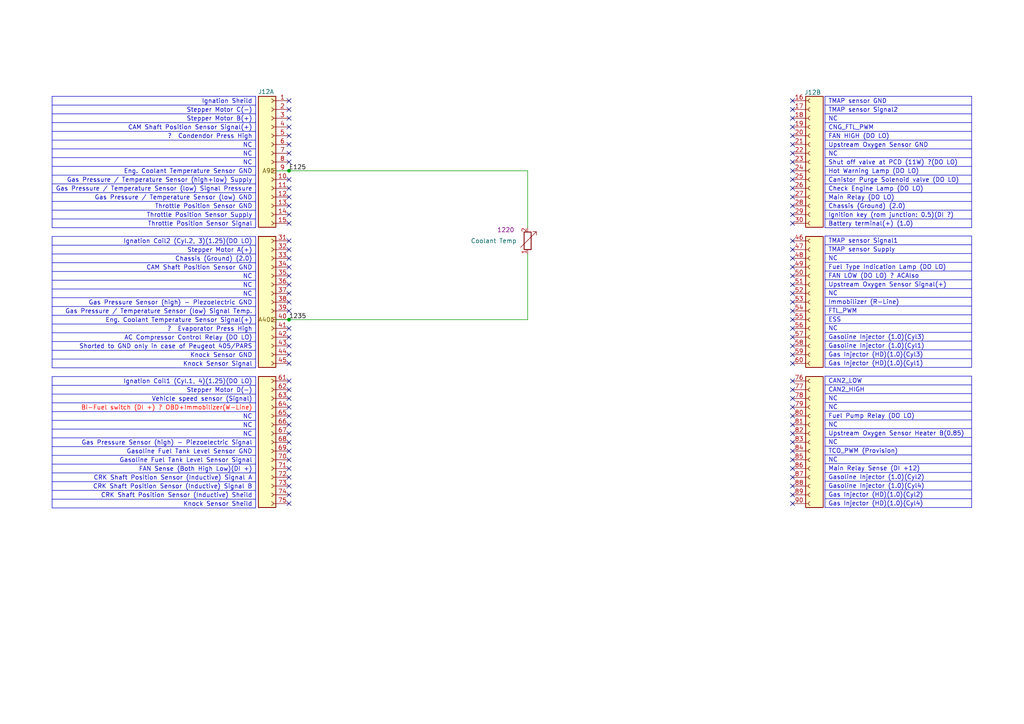
<source format=kicad_sch>
(kicad_sch (version 20250114) (generator "eeschema") (generator_version "9.0")
  (paper "A4")
  (lib_symbols
    (symbol "Device:R_Variable" (pin_names (offset 0))
      (property "Value" "Coolant Temp" (at 3.175 0.0001 0))
      (property "Unit Tag" "1220" (at 6.35 -3.175 0))
      (symbol "R_Variable_0_1"
        (polyline (pts (xy -2.54 -1.651) (xy -2.54 -2.667) (xy -1.524 -2.667) (xy -2.54 -2.667) (xy 2.032 1.905)))
        (rectangle (start -1.016 -2.54) (end 1.016 2.54) (stroke (width 0.254)))
      )
      (symbol "R_Variable_1_1"
        (pin passive line (at 0 3.81 270) (length 1.27) (name "~") (number "1"))
        (pin passive line (at 0 -3.81 90) (length 1.27) (name "~") (number "2"))
      )
    )
    (symbol "sicma_socket:Conn_01x90_3Row_Socket" (pin_names (offset 1.016) (hide yes))
      (property "Reference" "J" (at 1.524 60.833 0))
      (property "Value" "Conn_01x90_3Row_Socket" (at 1.397 -61.214 0))
      (symbol "Conn_01x90_3Row_Socket_1_1"
        (rectangle (start -0.508 59.69) (end 4.572 21.717) (stroke (width 0.254)) (fill (type background)))
        (polyline (pts (xy -0.508 58.42) (xy 0.254 58.42)) (stroke (width 0.1524)))
        (polyline (pts (xy -0.508 55.88) (xy 0.254 55.88)) (stroke (width 0.1524)))
        (polyline (pts (xy -0.508 53.34) (xy 0.254 53.34)) (stroke (width 0.1524)))
        (polyline (pts (xy -0.508 50.8) (xy 0.254 50.8)) (stroke (width 0.1524)))
        (polyline (pts (xy -0.508 48.26) (xy 0.254 48.26)) (stroke (width 0.1524)))
        (polyline (pts (xy -0.508 45.72) (xy 0.254 45.72)) (stroke (width 0.1524)))
        (polyline (pts (xy -0.508 43.18) (xy 0.254 43.18)) (stroke (width 0.1524)))
        (polyline (pts (xy -0.508 40.64) (xy 0.254 40.64)) (stroke (width 0.1524)))
        (polyline (pts (xy -0.508 38.1) (xy 0.254 38.1)) (stroke (width 0.1524)))
        (polyline (pts (xy -0.508 35.56) (xy 0.254 35.56)) (stroke (width 0.1524)))
        (polyline (pts (xy -0.508 33.02) (xy 0.254 33.02)) (stroke (width 0.1524)))
        (polyline (pts (xy -0.508 30.48) (xy 0.254 30.48)) (stroke (width 0.1524)))
        (polyline (pts (xy -0.508 27.94) (xy 0.254 27.94)) (stroke (width 0.1524)))
        (polyline (pts (xy -0.508 25.4) (xy 0.254 25.4)) (stroke (width 0.1524)))
        (polyline (pts (xy -0.508 22.86) (xy 0.254 22.86)) (stroke (width 0.1524)))
        (rectangle (start -0.508 19.05) (end 4.572 -18.923) (stroke (width 0.254)) (fill (type background)))
        (polyline (pts (xy -0.508 17.78) (xy 0.254 17.78)) (stroke (width 0.1524)))
        (polyline (pts (xy -0.508 15.24) (xy 0.254 15.24)) (stroke (width 0.1524)))
        (polyline (pts (xy -0.508 12.7) (xy 0.254 12.7)) (stroke (width 0.1524)))
        (polyline (pts (xy -0.508 10.16) (xy 0.254 10.16)) (stroke (width 0.1524)))
        (polyline (pts (xy -0.508 7.62) (xy 0.254 7.62)) (stroke (width 0.1524)))
        (polyline (pts (xy -0.508 5.08) (xy 0.254 5.08)) (stroke (width 0.1524)))
        (polyline (pts (xy -0.508 2.54) (xy 0.254 2.54)) (stroke (width 0.1524)))
        (polyline (pts (xy -0.508 0) (xy 0.254 0)) (stroke (width 0.1524)))
        (polyline (pts (xy -0.508 -2.54) (xy 0.254 -2.54)) (stroke (width 0.1524)))
        (polyline (pts (xy -0.508 -5.08) (xy 0.254 -5.08)) (stroke (width 0.1524)))
        (polyline (pts (xy -0.508 -7.62) (xy 0.254 -7.62)) (stroke (width 0.1524)))
        (polyline (pts (xy -0.508 -10.16) (xy 0.254 -10.16)) (stroke (width 0.1524)))
        (polyline (pts (xy -0.508 -12.7) (xy 0.254 -12.7)) (stroke (width 0.1524)))
        (polyline (pts (xy -0.508 -15.24) (xy 0.254 -15.24)) (stroke (width 0.1524)))
        (polyline (pts (xy -0.508 -17.78) (xy 0.254 -17.78)) (stroke (width 0.1524)))
        (rectangle (start -0.508 -21.59) (end 4.572 -59.563) (stroke (width 0.254)) (fill (type background)))
        (polyline (pts (xy -0.508 -22.86) (xy 0.254 -22.86)) (stroke (width 0.1524)))
        (polyline (pts (xy -0.508 -25.4) (xy 0.254 -25.4)) (stroke (width 0.1524)))
        (polyline (pts (xy -0.508 -27.94) (xy 0.254 -27.94)) (stroke (width 0.1524)))
        (polyline (pts (xy -0.508 -30.48) (xy 0.254 -30.48)) (stroke (width 0.1524)))
        (polyline (pts (xy -0.508 -33.02) (xy 0.254 -33.02)) (stroke (width 0.1524)))
        (polyline (pts (xy -0.508 -35.56) (xy 0.254 -35.56)) (stroke (width 0.1524)))
        (polyline (pts (xy -0.508 -38.1) (xy 0.254 -38.1)) (stroke (width 0.1524)))
        (polyline (pts (xy -0.508 -40.64) (xy 0.254 -40.64)) (stroke (width 0.1524)))
        (polyline (pts (xy -0.508 -43.18) (xy 0.254 -43.18)) (stroke (width 0.1524)))
        (polyline (pts (xy -0.508 -45.72) (xy 0.254 -45.72)) (stroke (width 0.1524)))
        (polyline (pts (xy -0.508 -48.26) (xy 0.254 -48.26)) (stroke (width 0.1524)))
        (polyline (pts (xy -0.508 -50.8) (xy 0.254 -50.8)) (stroke (width 0.1524)))
        (polyline (pts (xy -0.508 -53.34) (xy 0.254 -53.34)) (stroke (width 0.1524)))
        (polyline (pts (xy -0.508 -55.88) (xy 0.254 -55.88)) (stroke (width 0.1524)))
        (polyline (pts (xy -0.508 -58.42) (xy 0.254 -58.42)) (stroke (width 0.1524)))
        (arc (start 0.762 57.912) (mid 0.2562 58.42) (end 0.762 58.928) (stroke (width 0.1524)))
        (arc (start 0.762 55.372) (mid 0.2562 55.88) (end 0.762 56.388) (stroke (width 0.1524)))
        (arc (start 0.762 52.832) (mid 0.2562 53.34) (end 0.762 53.848) (stroke (width 0.1524)))
        (arc (start 0.762 50.292) (mid 0.2562 50.8) (end 0.762 51.308) (stroke (width 0.1524)))
        (arc (start 0.762 47.752) (mid 0.2562 48.26) (end 0.762 48.768) (stroke (width 0.1524)))
        (arc (start 0.762 45.212) (mid 0.2562 45.72) (end 0.762 46.228) (stroke (width 0.1524)))
        (arc (start 0.762 42.672) (mid 0.2562 43.18) (end 0.762 43.688) (stroke (width 0.1524)))
        (arc (start 0.762 40.132) (mid 0.2562 40.64) (end 0.762 41.148) (stroke (width 0.1524)))
        (arc (start 0.762 37.592) (mid 0.2562 38.1) (end 0.762 38.608) (stroke (width 0.1524)))
        (arc (start 0.762 35.052) (mid 0.2562 35.56) (end 0.762 36.068) (stroke (width 0.1524)))
        (arc (start 0.762 32.512) (mid 0.2562 33.02) (end 0.762 33.528) (stroke (width 0.1524)))
        (arc (start 0.762 29.972) (mid 0.2562 30.48) (end 0.762 30.988) (stroke (width 0.1524)))
        (arc (start 0.762 27.432) (mid 0.2562 27.94) (end 0.762 28.448) (stroke (width 0.1524)))
        (arc (start 0.762 24.892) (mid 0.2562 25.4) (end 0.762 25.908) (stroke (width 0.1524)))
        (arc (start 0.762 22.352) (mid 0.2562 22.86) (end 0.762 23.368) (stroke (width 0.1524)))
        (arc (start 0.762 17.272) (mid 0.2562 17.78) (end 0.762 18.288) (stroke (width 0.1524)))
        (arc (start 0.762 14.732) (mid 0.2562 15.24) (end 0.762 15.748) (stroke (width 0.1524)))
        (arc (start 0.762 12.192) (mid 0.2562 12.7) (end 0.762 13.208) (stroke (width 0.1524)))
        (arc (start 0.762 9.652) (mid 0.2562 10.16) (end 0.762 10.668) (stroke (width 0.1524)))
        (arc (start 0.762 7.112) (mid 0.2562 7.62) (end 0.762 8.128) (stroke (width 0.1524)))
        (arc (start 0.762 4.572) (mid 0.2562 5.08) (end 0.762 5.588) (stroke (width 0.1524)))
        (arc (start 0.762 2.032) (mid 0.2562 2.54) (end 0.762 3.048) (stroke (width 0.1524)))
        (arc (start 0.762 -0.508) (mid 0.2562 0) (end 0.762 0.508) (stroke (width 0.1524)))
        (arc (start 0.762 -3.048) (mid 0.2562 -2.54) (end 0.762 -2.032) (stroke (width 0.1524)))
        (arc (start 0.762 -5.588) (mid 0.2562 -5.08) (end 0.762 -4.572) (stroke (width 0.1524)))
        (arc (start 0.762 -8.128) (mid 0.2562 -7.62) (end 0.762 -7.112) (stroke (width 0.1524)))
        (arc (start 0.762 -10.668) (mid 0.2562 -10.16) (end 0.762 -9.652) (stroke (width 0.1524)))
        (arc (start 0.762 -13.208) (mid 0.2562 -12.7) (end 0.762 -12.192) (stroke (width 0.1524)))
        (arc (start 0.762 -15.748) (mid 0.2562 -15.24) (end 0.762 -14.732) (stroke (width 0.1524)))
        (arc (start 0.762 -18.288) (mid 0.2562 -17.78) (end 0.762 -17.272) (stroke (width 0.1524)))
        (arc (start 0.762 -23.368) (mid 0.2562 -22.86) (end 0.762 -22.352) (stroke (width 0.1524)))
        (arc (start 0.762 -25.908) (mid 0.2562 -25.4) (end 0.762 -24.892) (stroke (width 0.1524)))
        (arc (start 0.762 -28.448) (mid 0.2562 -27.94) (end 0.762 -27.432) (stroke (width 0.1524)))
        (arc (start 0.762 -30.988) (mid 0.2562 -30.48) (end 0.762 -29.972) (stroke (width 0.1524)))
        (arc (start 0.762 -33.528) (mid 0.2562 -33.02) (end 0.762 -32.512) (stroke (width 0.1524)))
        (arc (start 0.762 -36.068) (mid 0.2562 -35.56) (end 0.762 -35.052) (stroke (width 0.1524)))
        (arc (start 0.762 -38.608) (mid 0.2562 -38.1) (end 0.762 -37.592) (stroke (width 0.1524)))
        (arc (start 0.762 -41.148) (mid 0.2562 -40.64) (end 0.762 -40.132) (stroke (width 0.1524)))
        (arc (start 0.762 -43.688) (mid 0.2562 -43.18) (end 0.762 -42.672) (stroke (width 0.1524)))
        (arc (start 0.762 -46.228) (mid 0.2562 -45.72) (end 0.762 -45.212) (stroke (width 0.1524)))
        (arc (start 0.762 -48.768) (mid 0.2562 -48.26) (end 0.762 -47.752) (stroke (width 0.1524)))
        (arc (start 0.762 -51.308) (mid 0.2562 -50.8) (end 0.762 -50.292) (stroke (width 0.1524)))
        (arc (start 0.762 -53.848) (mid 0.2562 -53.34) (end 0.762 -52.832) (stroke (width 0.1524)))
        (arc (start 0.762 -56.388) (mid 0.2562 -55.88) (end 0.762 -55.372) (stroke (width 0.1524)))
        (arc (start 0.762 -58.928) (mid 0.2562 -58.42) (end 0.762 -57.912) (stroke (width 0.1524)))
        (pin passive line (at -4.318 58.42 0) (length 3.81) (name "A1") (number "1"))
        (pin passive line (at -4.318 55.88 0) (length 3.81) (name "A2") (number "2"))
        (pin passive line (at -4.318 53.34 0) (length 3.81) (name "A3") (number "3"))
        (pin passive line (at -4.318 50.8 0) (length 3.81) (name "A4") (number "4"))
        (pin passive line (at -4.318 48.26 0) (length 3.81) (name "A5") (number "5"))
        (pin passive line (at -4.318 45.72 0) (length 3.81) (name "A6") (number "6"))
        (pin passive line (at -4.318 43.18 0) (length 3.81) (name "A7") (number "7"))
        (pin passive line (at -4.318 40.64 0) (length 3.81) (name "A8") (number "8"))
        (pin passive line (at -4.318 38.1 0) (length 3.81) (name "A9") (number "9"))
        (pin passive line (at -4.318 35.56 0) (length 3.81) (name "A10") (number "10"))
        (pin passive line (at -4.318 33.02 0) (length 3.81) (name "A11") (number "11"))
        (pin passive line (at -4.318 30.48 0) (length 3.81) (name "A12") (number "12"))
        (pin passive line (at -4.318 27.94 0) (length 3.81) (name "A13") (number "13"))
        (pin passive line (at -4.318 25.4 0) (length 3.81) (name "A14") (number "14"))
        (pin passive line (at -4.318 22.86 0) (length 3.81) (name "A15") (number "15"))
        (pin passive line (at -4.318 17.78 0) (length 3.81) (name "A31") (number "31"))
        (pin passive line (at -4.318 15.24 0) (length 3.81) (name "A32") (number "32"))
        (pin passive line (at -4.318 12.7 0) (length 3.81) (name "A33") (number "33"))
        (pin passive line (at -4.318 10.16 0) (length 3.81) (name "A34") (number "34"))
        (pin passive line (at -4.318 7.62 0) (length 3.81) (name "A35") (number "35"))
        (pin passive line (at -4.318 5.08 0) (length 3.81) (name "A36") (number "36"))
        (pin passive line (at -4.318 2.54 0) (length 3.81) (name "A37") (number "37"))
        (pin passive line (at -4.318 0 0) (length 3.81) (name "A38") (number "38"))
        (pin passive line (at -4.318 -2.54 0) (length 3.81) (name "A39") (number "39"))
        (pin passive line (at -4.318 -5.08 0) (length 3.81) (name "A40") (number "40"))
        (pin passive line (at -4.318 -7.62 0) (length 3.81) (name "A41") (number "41"))
        (pin passive line (at -4.318 -10.16 0) (length 3.81) (name "A42") (number "42"))
        (pin passive line (at -4.318 -12.7 0) (length 3.81) (name "A43") (number "43"))
        (pin passive line (at -4.318 -15.24 0) (length 3.81) (name "A44") (number "44"))
        (pin passive line (at -4.318 -17.78 0) (length 3.81) (name "A45") (number "45"))
        (pin passive line (at -4.318 -22.86 0) (length 3.81) (name "A61") (number "61"))
        (pin passive line (at -4.318 -25.4 0) (length 3.81) (name "A62") (number "62"))
        (pin passive line (at -4.318 -27.94 0) (length 3.81) (name "A63") (number "63"))
        (pin passive line (at -4.318 -30.48 0) (length 3.81) (name "A64") (number "64"))
        (pin passive line (at -4.318 -33.02 0) (length 3.81) (name "A65") (number "65"))
        (pin passive line (at -4.318 -35.56 0) (length 3.81) (name "A66") (number "66"))
        (pin passive line (at -4.318 -38.1 0) (length 3.81) (name "A67") (number "67"))
        (pin passive line (at -4.318 -40.64 0) (length 3.81) (name "A68") (number "68"))
        (pin passive line (at -4.318 -43.18 0) (length 3.81) (name "A69") (number "69"))
        (pin passive line (at -4.318 -45.72 0) (length 3.81) (name "A70") (number "70"))
        (pin passive line (at -4.318 -48.26 0) (length 3.81) (name "A71") (number "71"))
        (pin passive line (at -4.318 -50.8 0) (length 3.81) (name "A72") (number "72"))
        (pin passive line (at -4.318 -53.34 0) (length 3.81) (name "A73") (number "73"))
        (pin passive line (at -4.318 -55.88 0) (length 3.81) (name "A74") (number "74"))
        (pin passive line (at -4.318 -58.42 0) (length 3.81) (name "A75") (number "75"))
      )
      (symbol "Conn_01x90_3Row_Socket_2_1"
        (rectangle (start -0.508 59.69) (end 4.572 21.717) (stroke (width 0.254)) (fill (type background)))
        (polyline (pts (xy -0.508 58.42) (xy 0.254 58.42)) (stroke (width 0.1524)))
        (polyline (pts (xy -0.508 55.88) (xy 0.254 55.88)) (stroke (width 0.1524)))
        (polyline (pts (xy -0.508 53.34) (xy 0.254 53.34)) (stroke (width 0.1524)))
        (polyline (pts (xy -0.508 50.8) (xy 0.254 50.8)) (stroke (width 0.1524)))
        (polyline (pts (xy -0.508 48.26) (xy 0.254 48.26)) (stroke (width 0.1524)))
        (polyline (pts (xy -0.508 45.72) (xy 0.254 45.72)) (stroke (width 0.1524)))
        (polyline (pts (xy -0.508 43.18) (xy 0.254 43.18)) (stroke (width 0.1524)))
        (polyline (pts (xy -0.508 40.64) (xy 0.254 40.64)) (stroke (width 0.1524)))
        (polyline (pts (xy -0.508 38.1) (xy 0.254 38.1)) (stroke (width 0.1524)))
        (polyline (pts (xy -0.508 35.56) (xy 0.254 35.56)) (stroke (width 0.1524)))
        (polyline (pts (xy -0.508 33.02) (xy 0.254 33.02)) (stroke (width 0.1524)))
        (polyline (pts (xy -0.508 30.48) (xy 0.254 30.48)) (stroke (width 0.1524)))
        (polyline (pts (xy -0.508 27.94) (xy 0.254 27.94)) (stroke (width 0.1524)))
        (polyline (pts (xy -0.508 25.4) (xy 0.254 25.4)) (stroke (width 0.1524)))
        (polyline (pts (xy -0.508 22.86) (xy 0.254 22.86)) (stroke (width 0.1524)))
        (rectangle (start -0.508 19.05) (end 4.572 -18.923) (stroke (width 0.254)) (fill (type background)))
        (polyline (pts (xy -0.508 17.78) (xy 0.254 17.78)) (stroke (width 0.1524)))
        (polyline (pts (xy -0.508 15.24) (xy 0.254 15.24)) (stroke (width 0.1524)))
        (polyline (pts (xy -0.508 12.7) (xy 0.254 12.7)) (stroke (width 0.1524)))
        (polyline (pts (xy -0.508 10.16) (xy 0.254 10.16)) (stroke (width 0.1524)))
        (polyline (pts (xy -0.508 7.62) (xy 0.254 7.62)) (stroke (width 0.1524)))
        (polyline (pts (xy -0.508 5.08) (xy 0.254 5.08)) (stroke (width 0.1524)))
        (polyline (pts (xy -0.508 2.54) (xy 0.254 2.54)) (stroke (width 0.1524)))
        (polyline (pts (xy -0.508 0) (xy 0.254 0)) (stroke (width 0.1524)))
        (polyline (pts (xy -0.508 -2.54) (xy 0.254 -2.54)) (stroke (width 0.1524)))
        (polyline (pts (xy -0.508 -5.08) (xy 0.254 -5.08)) (stroke (width 0.1524)))
        (polyline (pts (xy -0.508 -7.62) (xy 0.254 -7.62)) (stroke (width 0.1524)))
        (polyline (pts (xy -0.508 -10.16) (xy 0.254 -10.16)) (stroke (width 0.1524)))
        (polyline (pts (xy -0.508 -12.7) (xy 0.254 -12.7)) (stroke (width 0.1524)))
        (polyline (pts (xy -0.508 -15.24) (xy 0.254 -15.24)) (stroke (width 0.1524)))
        (polyline (pts (xy -0.508 -17.78) (xy 0.254 -17.78)) (stroke (width 0.1524)))
        (rectangle (start -0.508 -21.59) (end 4.572 -59.563) (stroke (width 0.254)) (fill (type background)))
        (polyline (pts (xy -0.508 -22.86) (xy 0.254 -22.86)) (stroke (width 0.1524)))
        (polyline (pts (xy -0.508 -25.4) (xy 0.254 -25.4)) (stroke (width 0.1524)))
        (polyline (pts (xy -0.508 -27.94) (xy 0.254 -27.94)) (stroke (width 0.1524)))
        (polyline (pts (xy -0.508 -30.48) (xy 0.254 -30.48)) (stroke (width 0.1524)))
        (polyline (pts (xy -0.508 -33.02) (xy 0.254 -33.02)) (stroke (width 0.1524)))
        (polyline (pts (xy -0.508 -35.56) (xy 0.254 -35.56)) (stroke (width 0.1524)))
        (polyline (pts (xy -0.508 -38.1) (xy 0.254 -38.1)) (stroke (width 0.1524)))
        (polyline (pts (xy -0.508 -40.64) (xy 0.254 -40.64)) (stroke (width 0.1524)))
        (polyline (pts (xy -0.508 -43.18) (xy 0.254 -43.18)) (stroke (width 0.1524)))
        (polyline (pts (xy -0.508 -45.72) (xy 0.254 -45.72)) (stroke (width 0.1524)))
        (polyline (pts (xy -0.508 -48.26) (xy 0.254 -48.26)) (stroke (width 0.1524)))
        (polyline (pts (xy -0.508 -50.8) (xy 0.254 -50.8)) (stroke (width 0.1524)))
        (polyline (pts (xy -0.508 -53.34) (xy 0.254 -53.34)) (stroke (width 0.1524)))
        (polyline (pts (xy -0.508 -55.88) (xy 0.254 -55.88)) (stroke (width 0.1524)))
        (polyline (pts (xy -0.508 -58.42) (xy 0.254 -58.42)) (stroke (width 0.1524)))
        (arc (start 0.762 57.912) (mid 0.2562 58.42) (end 0.762 58.928) (stroke (width 0.1524)))
        (arc (start 0.762 55.372) (mid 0.2562 55.88) (end 0.762 56.388) (stroke (width 0.1524)))
        (arc (start 0.762 52.832) (mid 0.2562 53.34) (end 0.762 53.848) (stroke (width 0.1524)))
        (arc (start 0.762 50.292) (mid 0.2562 50.8) (end 0.762 51.308) (stroke (width 0.1524)))
        (arc (start 0.762 47.752) (mid 0.2562 48.26) (end 0.762 48.768) (stroke (width 0.1524)))
        (arc (start 0.762 45.212) (mid 0.2562 45.72) (end 0.762 46.228) (stroke (width 0.1524)))
        (arc (start 0.762 42.672) (mid 0.2562 43.18) (end 0.762 43.688) (stroke (width 0.1524)))
        (arc (start 0.762 40.132) (mid 0.2562 40.64) (end 0.762 41.148) (stroke (width 0.1524)))
        (arc (start 0.762 37.592) (mid 0.2562 38.1) (end 0.762 38.608) (stroke (width 0.1524)))
        (arc (start 0.762 35.052) (mid 0.2562 35.56) (end 0.762 36.068) (stroke (width 0.1524)))
        (arc (start 0.762 32.512) (mid 0.2562 33.02) (end 0.762 33.528) (stroke (width 0.1524)))
        (arc (start 0.762 29.972) (mid 0.2562 30.48) (end 0.762 30.988) (stroke (width 0.1524)))
        (arc (start 0.762 27.432) (mid 0.2562 27.94) (end 0.762 28.448) (stroke (width 0.1524)))
        (arc (start 0.762 24.892) (mid 0.2562 25.4) (end 0.762 25.908) (stroke (width 0.1524)))
        (arc (start 0.762 22.352) (mid 0.2562 22.86) (end 0.762 23.368) (stroke (width 0.1524)))
        (arc (start 0.762 17.272) (mid 0.2562 17.78) (end 0.762 18.288) (stroke (width 0.1524)))
        (arc (start 0.762 14.732) (mid 0.2562 15.24) (end 0.762 15.748) (stroke (width 0.1524)))
        (arc (start 0.762 12.192) (mid 0.2562 12.7) (end 0.762 13.208) (stroke (width 0.1524)))
        (arc (start 0.762 9.652) (mid 0.2562 10.16) (end 0.762 10.668) (stroke (width 0.1524)))
        (arc (start 0.762 7.112) (mid 0.2562 7.62) (end 0.762 8.128) (stroke (width 0.1524)))
        (arc (start 0.762 4.572) (mid 0.2562 5.08) (end 0.762 5.588) (stroke (width 0.1524)))
        (arc (start 0.762 2.032) (mid 0.2562 2.54) (end 0.762 3.048) (stroke (width 0.1524)))
        (arc (start 0.762 -0.508) (mid 0.2562 0) (end 0.762 0.508) (stroke (width 0.1524)))
        (arc (start 0.762 -3.048) (mid 0.2562 -2.54) (end 0.762 -2.032) (stroke (width 0.1524)))
        (arc (start 0.762 -5.588) (mid 0.2562 -5.08) (end 0.762 -4.572) (stroke (width 0.1524)))
        (arc (start 0.762 -8.128) (mid 0.2562 -7.62) (end 0.762 -7.112) (stroke (width 0.1524)))
        (arc (start 0.762 -10.668) (mid 0.2562 -10.16) (end 0.762 -9.652) (stroke (width 0.1524)))
        (arc (start 0.762 -13.208) (mid 0.2562 -12.7) (end 0.762 -12.192) (stroke (width 0.1524)))
        (arc (start 0.762 -15.748) (mid 0.2562 -15.24) (end 0.762 -14.732) (stroke (width 0.1524)))
        (arc (start 0.762 -18.288) (mid 0.2562 -17.78) (end 0.762 -17.272) (stroke (width 0.1524)))
        (arc (start 0.762 -23.368) (mid 0.2562 -22.86) (end 0.762 -22.352) (stroke (width 0.1524)))
        (arc (start 0.762 -25.908) (mid 0.2562 -25.4) (end 0.762 -24.892) (stroke (width 0.1524)))
        (arc (start 0.762 -28.448) (mid 0.2562 -27.94) (end 0.762 -27.432) (stroke (width 0.1524)))
        (arc (start 0.762 -30.988) (mid 0.2562 -30.48) (end 0.762 -29.972) (stroke (width 0.1524)))
        (arc (start 0.762 -33.528) (mid 0.2562 -33.02) (end 0.762 -32.512) (stroke (width 0.1524)))
        (arc (start 0.762 -36.068) (mid 0.2562 -35.56) (end 0.762 -35.052) (stroke (width 0.1524)))
        (arc (start 0.762 -38.608) (mid 0.2562 -38.1) (end 0.762 -37.592) (stroke (width 0.1524)))
        (arc (start 0.762 -41.148) (mid 0.2562 -40.64) (end 0.762 -40.132) (stroke (width 0.1524)))
        (arc (start 0.762 -43.688) (mid 0.2562 -43.18) (end 0.762 -42.672) (stroke (width 0.1524)))
        (arc (start 0.762 -46.228) (mid 0.2562 -45.72) (end 0.762 -45.212) (stroke (width 0.1524)))
        (arc (start 0.762 -48.768) (mid 0.2562 -48.26) (end 0.762 -47.752) (stroke (width 0.1524)))
        (arc (start 0.762 -51.308) (mid 0.2562 -50.8) (end 0.762 -50.292) (stroke (width 0.1524)))
        (arc (start 0.762 -53.848) (mid 0.2562 -53.34) (end 0.762 -52.832) (stroke (width 0.1524)))
        (arc (start 0.762 -56.388) (mid 0.2562 -55.88) (end 0.762 -55.372) (stroke (width 0.1524)))
        (arc (start 0.762 -58.928) (mid 0.2562 -58.42) (end 0.762 -57.912) (stroke (width 0.1524)))
        (pin passive line (at -4.318 58.42 0) (length 3.81) (name "B16") (number "16"))
        (pin passive line (at -4.318 55.88 0) (length 3.81) (name "B17") (number "17"))
        (pin passive line (at -4.318 53.34 0) (length 3.81) (name "B18") (number "18"))
        (pin passive line (at -4.318 50.8 0) (length 3.81) (name "B19") (number "19"))
        (pin passive line (at -4.318 48.26 0) (length 3.81) (name "B20") (number "20"))
        (pin passive line (at -4.318 45.72 0) (length 3.81) (name "B21") (number "21"))
        (pin passive line (at -4.318 43.18 0) (length 3.81) (name "B22") (number "22"))
        (pin passive line (at -4.318 40.64 0) (length 3.81) (name "B23") (number "23"))
        (pin passive line (at -4.318 38.1 0) (length 3.81) (name "B24") (number "24"))
        (pin passive line (at -4.318 35.56 0) (length 3.81) (name "B25") (number "25"))
        (pin passive line (at -4.318 33.02 0) (length 3.81) (name "B26") (number "26"))
        (pin passive line (at -4.318 30.48 0) (length 3.81) (name "B27") (number "27"))
        (pin passive line (at -4.318 27.94 0) (length 3.81) (name "B28") (number "28"))
        (pin passive line (at -4.318 25.4 0) (length 3.81) (name "B29") (number "29"))
        (pin passive line (at -4.318 22.86 0) (length 3.81) (name "B30") (number "30"))
        (pin passive line (at -4.318 17.78 0) (length 3.81) (name "B46") (number "46"))
        (pin passive line (at -4.318 15.24 0) (length 3.81) (name "B47") (number "47"))
        (pin passive line (at -4.318 12.7 0) (length 3.81) (name "B48") (number "48"))
        (pin passive line (at -4.318 10.16 0) (length 3.81) (name "B49") (number "49"))
        (pin passive line (at -4.318 7.62 0) (length 3.81) (name "B50") (number "50"))
        (pin passive line (at -4.318 5.08 0) (length 3.81) (name "B51") (number "51"))
        (pin passive line (at -4.318 2.54 0) (length 3.81) (name "B52") (number "52"))
        (pin passive line (at -4.318 0 0) (length 3.81) (name "B53") (number "53"))
        (pin passive line (at -4.318 -2.54 0) (length 3.81) (name "B54") (number "54"))
        (pin passive line (at -4.318 -5.08 0) (length 3.81) (name "B55") (number "55"))
        (pin passive line (at -4.318 -7.62 0) (length 3.81) (name "B56") (number "56"))
        (pin passive line (at -4.318 -10.16 0) (length 3.81) (name "B57") (number "57"))
        (pin passive line (at -4.318 -12.7 0) (length 3.81) (name "B58") (number "58"))
        (pin passive line (at -4.318 -15.24 0) (length 3.81) (name "B59") (number "59"))
        (pin passive line (at -4.318 -17.78 0) (length 3.81) (name "B60") (number "60"))
        (pin passive line (at -4.318 -22.86 0) (length 3.81) (name "B76") (number "76"))
        (pin passive line (at -4.318 -25.4 0) (length 3.81) (name "B77") (number "77"))
        (pin passive line (at -4.318 -27.94 0) (length 3.81) (name "B78") (number "78"))
        (pin passive line (at -4.318 -30.48 0) (length 3.81) (name "B79") (number "79"))
        (pin passive line (at -4.318 -33.02 0) (length 3.81) (name "B80") (number "80"))
        (pin passive line (at -4.318 -35.56 0) (length 3.81) (name "B81") (number "81"))
        (pin passive line (at -4.318 -38.1 0) (length 3.81) (name "B82") (number "82"))
        (pin passive line (at -4.318 -40.64 0) (length 3.81) (name "B83") (number "83"))
        (pin passive line (at -4.318 -43.18 0) (length 3.81) (name "B84") (number "84"))
        (pin passive line (at -4.318 -45.72 0) (length 3.81) (name "B85") (number "85"))
        (pin passive line (at -4.318 -48.26 0) (length 3.81) (name "B86") (number "86"))
        (pin passive line (at -4.318 -50.8 0) (length 3.81) (name "B87") (number "87"))
        (pin passive line (at -4.318 -53.34 0) (length 3.81) (name "B88") (number "88"))
        (pin passive line (at -4.318 -55.88 0) (length 3.81) (name "B89") (number "89"))
        (pin passive line (at -4.318 -58.42 0) (length 3.81) (name "B90") (number "90"))
      )
    )
  )
  (junction (at 83.82 49.53))
  (junction (at 83.82 92.71))
  (no_connect (at 83.82 130.81))
  (no_connect (at 229.87 29.21))
  (no_connect (at 229.87 82.55))
  (no_connect (at 83.82 138.43))
  (no_connect (at 83.82 62.23))
  (no_connect (at 229.87 92.71))
  (no_connect (at 229.87 57.15))
  (no_connect (at 83.82 36.83))
  (no_connect (at 229.87 118.11))
  (no_connect (at 229.87 105.41))
  (no_connect (at 229.87 128.27))
  (no_connect (at 229.87 31.75))
  (no_connect (at 229.87 135.89))
  (no_connect (at 83.82 74.93))
  (no_connect (at 229.87 64.77))
  (no_connect (at 83.82 90.17))
  (no_connect (at 229.87 36.83))
  (no_connect (at 83.82 95.25))
  (no_connect (at 83.82 125.73))
  (no_connect (at 83.82 34.29))
  (no_connect (at 83.82 97.79))
  (no_connect (at 229.87 90.17))
  (no_connect (at 229.87 85.09))
  (no_connect (at 229.87 34.29))
  (no_connect (at 229.87 80.01))
  (no_connect (at 83.82 87.63))
  (no_connect (at 229.87 120.65))
  (no_connect (at 83.82 31.75))
  (no_connect (at 83.82 52.07))
  (no_connect (at 229.87 62.23))
  (no_connect (at 83.82 44.45))
  (no_connect (at 229.87 113.03))
  (no_connect (at 229.87 138.43))
  (no_connect (at 229.87 39.37))
  (no_connect (at 83.82 39.37))
  (no_connect (at 83.82 118.11))
  (no_connect (at 83.82 115.57))
  (no_connect (at 229.87 146.05))
  (no_connect (at 229.87 143.51))
  (no_connect (at 83.82 100.33))
  (no_connect (at 83.82 29.21))
  (no_connect (at 83.82 105.41))
  (no_connect (at 83.82 123.19))
  (no_connect (at 83.82 120.65))
  (no_connect (at 83.82 140.97))
  (no_connect (at 83.82 54.61))
  (no_connect (at 83.82 85.09))
  (no_connect (at 229.87 41.91))
  (no_connect (at 229.87 102.87))
  (no_connect (at 83.82 69.85))
  (no_connect (at 229.87 74.93))
  (no_connect (at 229.87 130.81))
  (no_connect (at 229.87 140.97))
  (no_connect (at 229.87 97.79))
  (no_connect (at 83.82 77.47))
  (no_connect (at 229.87 87.63))
  (no_connect (at 229.87 49.53))
  (no_connect (at 229.87 95.25))
  (no_connect (at 83.82 82.55))
  (no_connect (at 83.82 143.51))
  (no_connect (at 229.87 54.61))
  (no_connect (at 83.82 64.77))
  (no_connect (at 229.87 44.45))
  (no_connect (at 229.87 69.85))
  (no_connect (at 83.82 135.89))
  (no_connect (at 229.87 46.99))
  (no_connect (at 83.82 46.99))
  (no_connect (at 83.82 110.49))
  (no_connect (at 83.82 59.69))
  (no_connect (at 229.87 125.73))
  (no_connect (at 229.87 133.35))
  (no_connect (at 83.82 128.27))
  (no_connect (at 229.87 123.19))
  (no_connect (at 83.82 72.39))
  (no_connect (at 229.87 52.07))
  (no_connect (at 229.87 115.57))
  (no_connect (at 83.82 57.15))
  (no_connect (at 229.87 77.47))
  (no_connect (at 83.82 102.87))
  (no_connect (at 83.82 133.35))
  (no_connect (at 229.87 110.49))
  (no_connect (at 83.82 41.91))
  (no_connect (at 229.87 100.33))
  (no_connect (at 83.82 146.05))
  (no_connect (at 83.82 113.03))
  (no_connect (at 229.87 59.69))
  (no_connect (at 83.82 80.01))
  (no_connect (at 229.87 72.39))
  (wire (pts (xy 80.01 49.53) (xy 83.82 49.53)))
  (wire (pts (xy 83.82 92.71) (xy 80.01 92.71)))
  (wire (pts (xy 153.035 92.71) (xy 83.82 92.71)))
  (wire (pts (xy 153.035 49.53) (xy 153.035 66.04)))
  (wire (pts (xy 153.035 73.66) (xy 153.035 92.71)))
  (wire (pts (xy 83.82 49.53) (xy 153.035 49.53)))
  (table (column_count 1) (border (external yes) (header yes)) (separators (rows yes) (cols yes)) (column_widths 42.545) (row_heights 2.54 2.54 2.54 2.54 2.54 2.54 2.54 2.54 2.54 2.54 2.54 2.54 2.54 2.54 2.54) (cells (table_cell "CAN2_LOW" (at 239.268 109.093 0) (size 42.545 2.54) (margins 0.9525 0.9525 0.9525 0.9525) (span 1 1)) (table_cell "CAN2_HIGH" (at 239.268 111.633 0) (size 42.545 2.54) (margins 0.9525 0.9525 0.9525 0.9525) (span 1 1)) (table_cell "NC" (at 239.268 114.173 0) (size 42.545 2.54) (margins 0.9525 0.9525 0.9525 0.9525) (span 1 1)) (table_cell "NC" (at 239.268 116.713 0) (size 42.545 2.54) (margins 0.9525 0.9525 0.9525 0.9525) (span 1 1)) (table_cell "Fuel Pump Relay (DO LO)" (at 239.268 119.253 0) (size 42.545 2.54) (margins 0.9525 0.9525 0.9525 0.9525) (span 1 1)) (table_cell "NC" (at 239.268 121.793 0) (size 42.545 2.54) (margins 0.9525 0.9525 0.9525 0.9525) (span 1 1)) (table_cell "Upstream Oxygen Sensor Heater B(0.85)" (at 239.268 124.333 0) (size 42.545 2.54) (margins 0.9525 0.9525 0.9525 0.9525) (span 1 1)) (table_cell "NC" (at 239.268 126.873 0) (size 42.545 2.54) (margins 0.9525 0.9525 0.9525 0.9525) (span 1 1)) (table_cell "TCO_PWM (Provision)" (at 239.268 129.413 0) (size 42.545 2.54) (margins 0.9525 0.9525 0.9525 0.9525) (span 1 1)) (table_cell "NC" (at 239.268 131.953 0) (size 42.545 2.54) (margins 0.9525 0.9525 0.9525 0.9525) (span 1 1)) (table_cell "Main Relay Sense (DI +12)" (at 239.268 134.493 0) (size 42.545 2.54) (margins 0.9525 0.9525 0.9525 0.9525) (span 1 1)) (table_cell "Gasoline Injector (1.0)(Cyl2)" (at 239.268 137.033 0) (size 42.545 2.54) (margins 0.9525 0.9525 0.9525 0.9525) (span 1 1)) (table_cell "Gasoline Injector (1.0)(Cyl4)" (at 239.268 139.573 0) (size 42.545 2.54) (margins 0.9525 0.9525 0.9525 0.9525) (span 1 1)) (table_cell "Gas Injector (HD)(1.0)(Cyl2)" (at 239.268 142.113 0) (size 42.545 2.54) (margins 0.9525 0.9525 0.9525 0.9525) (span 1 1)) (table_cell "Gas Injector (HD)(1.0)(Cyl4)" (at 239.268 144.653 0) (size 42.545 2.54) (margins 0.9525 0.9525 0.9525 0.9525) (span 1 1))))
  (table (column_count 1) (border (external yes) (header no)) (separators (rows yes) (cols no)) (column_widths 59.055) (row_heights 2.54 2.54 2.54 2.54 2.54 2.54 2.54 2.54 2.54 2.54 2.54 2.54 2.54 2.54 2.54) (cells (table_cell "Ignation Sheild" (at 15.113 27.94 0) (size 59.055 2.54) (margins 0.9525 0.9525 0.9525 0.9525) (span 1 1)) (table_cell "Stepper Motor C(-)" (at 15.113 30.48 0) (size 59.055 2.54) (margins 0.9525 0.9525 0.9525 0.9525) (span 1 1)) (table_cell "Stepper Motor B(+)" (at 15.113 33.02 0) (size 59.055 2.54) (margins 0.9525 0.9525 0.9525 0.9525) (span 1 1)) (table_cell "CAM Shaft Position Sensor Signal(+)" (at 15.113 35.56 0) (size 59.055 2.54) (margins 0.9525 0.9525 0.9525 0.9525) (span 1 1)) (table_cell "?  Condendor Press High" (at 15.113 38.1 0) (size 59.055 2.54) (margins 0.9525 0.9525 0.9525 0.9525) (span 1 1)) (table_cell "NC" (at 15.113 40.64 0) (size 59.055 2.54) (margins 0.9525 0.9525 0.9525 0.9525) (span 1 1)) (table_cell "NC" (at 15.113 43.18 0) (size 59.055 2.54) (margins 0.9525 0.9525 0.9525 0.9525) (span 1 1)) (table_cell "NC" (at 15.113 45.72 0) (size 59.055 2.54) (margins 0.9525 0.9525 0.9525 0.9525) (span 1 1)) (table_cell "Eng. Coolant Temperature Sensor GND" (at 15.113 48.26 0) (size 59.055 2.54) (margins 0.9525 0.9525 0.9525 0.9525) (span 1 1)) (table_cell "Gas Pressure / Temperature Sensor (high+low) Supply" (at 15.113 50.8 0) (size 59.055 2.54) (margins 0.9525 0.9525 0.9525 0.9525) (span 1 1)) (table_cell "Gas Pressure / Temperature Sensor (low) Signal Pressure" (at 15.113 53.34 0) (size 59.055 2.54) (margins 0.9525 0.9525 0.9525 0.9525) (span 1 1)) (table_cell "Gas Pressure / Temperature Sensor (low) GND" (at 15.113 55.88 0) (size 59.055 2.54) (margins 0.9525 0.9525 0.9525 0.9525) (span 1 1)) (table_cell "Throttle Position Sensor GND" (at 15.113 58.42 0) (size 59.055 2.54) (margins 0.9525 0.9525 0.9525 0.9525) (span 1 1)) (table_cell "Throttle Position Sensor Supply" (at 15.113 60.96 0) (size 59.055 2.54) (margins 0.9525 0.9525 0.9525 0.9525) (span 1 1)) (table_cell "Throttle Position Sensor Signal" (at 15.113 63.5 0) (size 59.055 2.54) (margins 0.9525 0.9525 0.9525 0.9525) (span 1 1))))
  (table (column_count 1) (border (external yes) (header yes)) (separators (rows yes) (cols yes)) (column_widths 42.545) (row_heights 2.54 2.54 2.54 2.54 2.54 2.54 2.54 2.54 2.54 2.54 2.54 2.54 2.54 2.54 2.54) (cells (table_cell "TMAP sensor Signal1" (at 239.268 68.453 0) (size 42.545 2.54) (margins 0.9525 0.9525 0.9525 0.9525) (span 1 1)) (table_cell "TMAP sensor Supply" (at 239.268 70.993 0) (size 42.545 2.54) (margins 0.9525 0.9525 0.9525 0.9525) (span 1 1)) (table_cell "NC" (at 239.268 73.533 0) (size 42.545 2.54) (margins 0.9525 0.9525 0.9525 0.9525) (span 1 1)) (table_cell "Fuel Type Indication Lamp (DO LO)" (at 239.268 76.073 0) (size 42.545 2.54) (margins 0.9525 0.9525 0.9525 0.9525) (span 1 1)) (table_cell "FAN LOW (DO LO) ? ACAlso" (at 239.268 78.613 0) (size 42.545 2.54) (margins 0.9525 0.9525 0.9525 0.9525) (span 1 1)) (table_cell "Upstream Oxygen Sensor Signal(+)" (at 239.268 81.153 0) (size 42.545 2.54) (margins 0.9525 0.9525 0.9525 0.9525) (span 1 1)) (table_cell "NC" (at 239.268 83.693 0) (size 42.545 2.54) (margins 0.9525 0.9525 0.9525 0.9525) (span 1 1)) (table_cell "Immobilizer (R-Line)" (at 239.268 86.233 0) (size 42.545 2.54) (margins 0.9525 0.9525 0.9525 0.9525) (span 1 1)) (table_cell "FTL_PWM" (at 239.268 88.773 0) (size 42.545 2.54) (margins 0.9525 0.9525 0.9525 0.9525) (span 1 1)) (table_cell "ESS" (at 239.268 91.313 0) (size 42.545 2.54) (margins 0.9525 0.9525 0.9525 0.9525) (span 1 1)) (table_cell "NC" (at 239.268 93.853 0) (size 42.545 2.54) (margins 0.9525 0.9525 0.9525 0.9525) (span 1 1)) (table_cell "Gasoline Injector (1.0)(Cyl3)" (at 239.268 96.393 0) (size 42.545 2.54) (margins 0.9525 0.9525 0.9525 0.9525) (span 1 1)) (table_cell "Gasoline Injector (1.0)(Cyl1)" (at 239.268 98.933 0) (size 42.545 2.54) (margins 0.9525 0.9525 0.9525 0.9525) (span 1 1)) (table_cell "Gas Injector (HD)(1.0)(Cyl3)" (at 239.268 101.473 0) (size 42.545 2.54) (margins 0.9525 0.9525 0.9525 0.9525) (span 1 1)) (table_cell "Gas Injector (HD)(1.0)(Cyl1)" (at 239.268 104.013 0) (size 42.545 2.54) (margins 0.9525 0.9525 0.9525 0.9525) (span 1 1))))
  (table (column_count 1) (border (external yes) (header yes)) (separators (rows yes) (cols yes)) (column_widths 59.055) (row_heights 2.54 2.54 2.54 2.54 2.54 2.54 2.54 2.54 2.54 2.54 2.54 2.54 2.54 2.54 2.54) (cells (table_cell "Ignation Coil2 (Cyl.2, 3)(1.25)(DO LO)" (at 15.113 68.58 0) (size 59.055 2.54) (margins 0.9525 0.9525 0.9525 0.9525) (span 1 1)) (table_cell "Stepper Motor A(+)" (at 15.113 71.12 0) (size 59.055 2.54) (margins 0.9525 0.9525 0.9525 0.9525) (span 1 1)) (table_cell "Chassis (Ground) (2.0)" (at 15.113 73.66 0) (size 59.055 2.54) (margins 0.9525 0.9525 0.9525 0.9525) (span 1 1)) (table_cell "CAM Shaft Position Sensor GND" (at 15.113 76.2 0) (size 59.055 2.54) (margins 0.9525 0.9525 0.9525 0.9525) (span 1 1)) (table_cell "NC" (at 15.113 78.74 0) (size 59.055 2.54) (margins 0.9525 0.9525 0.9525 0.9525) (span 1 1)) (table_cell "NC" (at 15.113 81.28 0) (size 59.055 2.54) (margins 0.9525 0.9525 0.9525 0.9525) (span 1 1)) (table_cell "NC" (at 15.113 83.82 0) (size 59.055 2.54) (margins 0.9525 0.9525 0.9525 0.9525) (span 1 1)) (table_cell "Gas Pressure Sensor (high) - Piezoelectric GND" (at 15.113 86.36 0) (size 59.055 2.54) (margins 0.9525 0.9525 0.9525 0.9525) (span 1 1)) (table_cell "Gas Pressure / Temperature Sensor (low) Signal Temp." (at 15.113 88.9 0) (size 59.055 2.54) (margins 0.9525 0.9525 0.9525 0.9525) (span 1 1)) (table_cell "Eng. Coolant Temperature Sensor Signal(+)" (at 15.113 91.44 0) (size 59.055 2.54) (margins 0.9525 0.9525 0.9525 0.9525) (span 1 1)) (table_cell "?  Evaporator Press High" (at 15.113 93.98 0) (size 59.055 2.54) (margins 0.9525 0.9525 0.9525 0.9525) (span 1 1)) (table_cell "AC Compressor Control Relay (DO LO)" (at 15.113 96.52 0) (size 59.055 2.54) (margins 0.9525 0.9525 0.9525 0.9525) (span 1 1)) (table_cell "Shorted to GND only in case of Peugeot 405/PARS" (at 15.113 99.06 0) (size 59.055 2.54) (margins 0.9525 0.9525 0.9525 0.9525) (span 1 1)) (table_cell "Knock Sensor GND" (at 15.113 101.6 0) (size 59.055 2.54) (margins 0.9525 0.9525 0.9525 0.9525) (span 1 1)) (table_cell "Knock Sensor Signal" (at 15.113 104.14 0) (size 59.055 2.54) (margins 0.9525 0.9525 0.9525 0.9525) (span 1 1))))
  (table (column_count 1) (border (external yes) (header yes)) (separators (rows yes) (cols yes)) (column_widths 59.055) (row_heights 2.54 2.54 2.54 2.54 2.54 2.54 2.54 2.54 2.54 2.54 2.54 2.54 2.54 2.54 2.54) (cells (table_cell "Ignation Coil1 (Cyl.1, 4)(1.25)(DO LO)" (at 15.113 109.22 0) (size 59.055 2.54) (margins 0.9525 0.9525 0.9525 0.9525) (span 1 1)) (table_cell "Stepper Motor D(-)" (at 15.113 111.76 0) (size 59.055 2.54) (margins 0.9525 0.9525 0.9525 0.9525) (span 1 1)) (table_cell "Vehicle speed sensor (Signal)" (at 15.113 114.3 0) (size 59.055 2.54) (margins 0.9525 0.9525 0.9525 0.9525) (span 1 1)) (table_cell "Bi-Fuel switch (DI +) ? OBD+Immobilizer(W-Line)" (at 15.113 116.84 0) (size 59.055 2.54) (margins 0.9525 0.9525 0.9525 0.9525) (span 1 1)) (table_cell "NC" (at 15.113 119.38 0) (size 59.055 2.54) (margins 0.9525 0.9525 0.9525 0.9525) (span 1 1)) (table_cell "NC" (at 15.113 121.92 0) (size 59.055 2.54) (margins 0.9525 0.9525 0.9525 0.9525) (span 1 1)) (table_cell "NC" (at 15.113 124.46 0) (size 59.055 2.54) (margins 0.9525 0.9525 0.9525 0.9525) (span 1 1)) (table_cell "Gas Pressure Sensor (high) - Piezoelectric Signal" (at 15.113 127 0) (size 59.055 2.54) (margins 0.9525 0.9525 0.9525 0.9525) (span 1 1)) (table_cell "Gasoline Fuel Tank Level Sensor GND" (at 15.113 129.54 0) (size 59.055 2.54) (margins 0.9525 0.9525 0.9525 0.9525) (span 1 1)) (table_cell "Gasoline Fuel Tank Level Sensor Signal" (at 15.113 132.08 0) (size 59.055 2.54) (margins 0.9525 0.9525 0.9525 0.9525) (span 1 1)) (table_cell "FAN Sense (Both High Low)(DI +)" (at 15.113 134.62 0) (size 59.055 2.54) (margins 0.9525 0.9525 0.9525 0.9525) (span 1 1)) (table_cell "CRK Shaft Position Sensor (Inductive) Signal A" (at 15.113 137.16 0) (size 59.055 2.54) (margins 0.9525 0.9525 0.9525 0.9525) (span 1 1)) (table_cell "CRK Shaft Position Sensor (Inductive) Signal B" (at 15.113 139.7 0) (size 59.055 2.54) (margins 0.9525 0.9525 0.9525 0.9525) (span 1 1)) (table_cell "CRK Shaft Position Sensor (Inductive) Sheild" (at 15.113 142.24 0) (size 59.055 2.54) (margins 0.9525 0.9525 0.9525 0.9525) (span 1 1)) (table_cell "Knock Sensor Sheild" (at 15.113 144.78 0) (size 59.055 2.54) (margins 0.9525 0.9525 0.9525 0.9525) (span 1 1))))
  (table (column_count 1) (border (external yes) (header yes)) (separators (rows yes) (cols yes)) (column_widths 42.545) (row_heights 2.54 2.54 2.54 2.54 2.54 2.54 2.54 2.54 2.54 2.54 2.54 2.54 2.54 2.54 2.54) (cells (table_cell "TMAP sensor GND" (at 239.268 27.94 0) (size 42.545 2.54) (margins 0.9525 0.9525 0.9525 0.9525) (span 1 1)) (table_cell "TMAP sensor Signal2" (at 239.268 30.48 0) (size 42.545 2.54) (margins 0.9525 0.9525 0.9525 0.9525) (span 1 1)) (table_cell "NC" (at 239.268 33.02 0) (size 42.545 2.54) (margins 0.9525 0.9525 0.9525 0.9525) (span 1 1)) (table_cell "CNG_FTL_PWM" (at 239.268 35.56 0) (size 42.545 2.54) (margins 0.9525 0.9525 0.9525 0.9525) (span 1 1)) (table_cell "FAN HIGH (DO LO)" (at 239.268 38.1 0) (size 42.545 2.54) (margins 0.9525 0.9525 0.9525 0.9525) (span 1 1)) (table_cell "Upstream Oxygen Sensor GND" (at 239.268 40.64 0) (size 42.545 2.54) (margins 0.9525 0.9525 0.9525 0.9525) (span 1 1)) (table_cell "NC" (at 239.268 43.18 0) (size 42.545 2.54) (margins 0.9525 0.9525 0.9525 0.9525) (span 1 1)) (table_cell "Shut off valve at PCD (11W) ?(DO LO)" (at 239.268 45.72 0) (size 42.545 2.54) (margins 0.9525 0.9525 0.9525 0.9525) (span 1 1)) (table_cell "Hot Warning Lamp (DO LO)" (at 239.268 48.26 0) (size 42.545 2.54) (margins 0.9525 0.9525 0.9525 0.9525) (span 1 1)) (table_cell "Canistor Purge Solenoid valve (DO LO)" (at 239.268 50.8 0) (size 42.545 2.54) (margins 0.9525 0.9525 0.9525 0.9525) (span 1 1)) (table_cell "Check Engine Lamp (DO LO)" (at 239.268 53.34 0) (size 42.545 2.54) (margins 0.9525 0.9525 0.9525 0.9525) (span 1 1)) (table_cell "Main Relay (DO LO)" (at 239.268 55.88 0) (size 42.545 2.54) (margins 0.9525 0.9525 0.9525 0.9525) (span 1 1)) (table_cell "Chassis (Ground) (2.0)" (at 239.268 58.42 0) (size 42.545 2.54) (margins 0.9525 0.9525 0.9525 0.9525) (span 1 1)) (table_cell "Ignition key (rom junction: 0.5)(DI ?)" (at 239.268 60.96 0) (size 42.545 2.54) (margins 0.9525 0.9525 0.9525 0.9525) (span 1 1)) (table_cell "Battery terminal(+) (1.0)" (at 239.268 63.5 0) (size 42.545 2.54) (margins 0.9525 0.9525 0.9525 0.9525) (span 1 1))))
  (label "1235" (at 83.82 92.71 0))
  (label "E125" (at 83.82 49.53 0))
  (hierarchical_label "A40" (shape passive) (at 80.01 92.71 180))
  (hierarchical_label "A9" (shape passive) (at 80.01 49.53 180))
  (symbol (lib_id "Device:R_Variable") (at 153.035 69.85 180) (unit 1)
    (property "Reference" "TH1" (effects (hide yes)))
    (property "Value" "Coolant Temp" (at 149.86 69.8501 0) (effects (justify left)))
    (property "Description" "Variable resistor" (effects (hide yes)))
    (property "Unit Tag" "1220" (at 146.685 66.675 0))
  )
  (symbol (lib_id "sicma_socket:Conn_01x90_3Row_Socket") (at 234.188 87.63 0) (unit 2)
    (property "Reference" "J12" (at 235.712 26.797 0))
    (property "Value" "Conn_01x90_3Row_Socket" (effects (hide yes)))
    (property "Description" "\"Duble connector, triple row, 03x30, unit letter first pin numbering scheme (pin number form 1 to 90\"" (effects (hide yes)))
  )
  (symbol (lib_id "sicma_socket:Conn_01x90_3Row_Socket") (at 79.502 87.63 0) (mirror y) (unit 1)
    (property "Reference" "J12" (at 79.502 26.6064 0) (effects (justify left)))
    (property "Value" "Conn_01x90_3Row_Socket" (effects (hide yes)))
    (property "Description" "\"Duble connector, triple row, 03x30, unit letter first pin numbering scheme (pin number form 1 to 90\"" (effects (hide yes)))
  )
)
</source>
